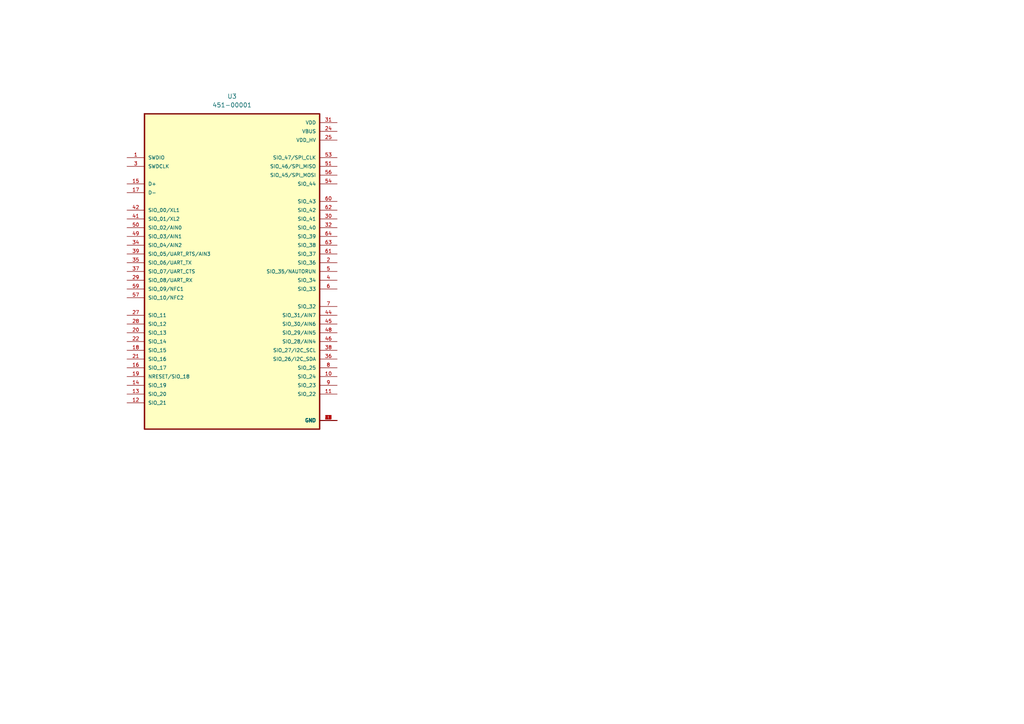
<source format=kicad_sch>
(kicad_sch (version 20231120) (generator "eeschema") (generator_version "8.0")
  (paper "A4")
  (lib_symbols
    (symbol "ezurio:451-00001" (pin_names (offset 1.016))
      (property "Reference" "U" (at -25.4413 45.7943 0))
      (property "Value" "451-00001" (at -25.4173 -48.2928 0))
      (symbol "451-00001_0_0"
        (rectangle (start -25.4 45.72) (end 25.4 -45.72) (stroke (width 0.4064)) (fill (type background)))
        (pin power_in line (at 30.48 -43.18 180) (length 5.08) (name "GND") (number "0"))
        (pin input line (at -30.48 33.02 0) (length 5.08) (name "SWDIO") (number "1"))
        (pin bidirectional line (at 30.48 -30.48 180) (length 5.08) (name "SIO_24") (number "10"))
        (pin bidirectional line (at 30.48 -35.56 180) (length 5.08) (name "SIO_22") (number "11"))
        (pin bidirectional line (at -30.48 -38.1 0) (length 5.08) (name "SIO_21") (number "12"))
        (pin bidirectional line (at -30.48 -35.56 0) (length 5.08) (name "SIO_20") (number "13"))
        (pin bidirectional line (at -30.48 -33.02 0) (length 5.08) (name "SIO_19") (number "14"))
        (pin bidirectional line (at -30.48 25.4 0) (length 5.08) (name "D+") (number "15"))
        (pin bidirectional line (at -30.48 -27.94 0) (length 5.08) (name "SIO_17") (number "16"))
        (pin bidirectional line (at -30.48 22.86 0) (length 5.08) (name "D-") (number "17"))
        (pin bidirectional line (at -30.48 -22.86 0) (length 5.08) (name "SIO_15") (number "18"))
        (pin bidirectional line (at -30.48 -30.48 0) (length 5.08) (name "NRESET/SIO_18") (number "19"))
        (pin bidirectional line (at 30.48 2.54 180) (length 5.08) (name "SIO_36") (number "2"))
        (pin bidirectional line (at -30.48 -17.78 0) (length 5.08) (name "SIO_13") (number "20"))
        (pin bidirectional line (at -30.48 -25.4 0) (length 5.08) (name "SIO_16") (number "21"))
        (pin bidirectional line (at -30.48 -20.32 0) (length 5.08) (name "SIO_14") (number "22"))
        (pin power_in line (at 30.48 -43.18 180) (length 5.08) (name "GND") (number "23"))
        (pin power_in line (at 30.48 40.64 180) (length 5.08) (name "VBUS") (number "24"))
        (pin power_in line (at 30.48 38.1 180) (length 5.08) (name "VDD_HV") (number "25"))
        (pin power_in line (at 30.48 -43.18 180) (length 5.08) (name "GND") (number "26"))
        (pin bidirectional line (at -30.48 -12.7 0) (length 5.08) (name "SIO_11") (number "27"))
        (pin bidirectional line (at -30.48 -15.24 0) (length 5.08) (name "SIO_12") (number "28"))
        (pin bidirectional line (at -30.48 -2.54 0) (length 5.08) (name "SIO_08/UART_RX") (number "29"))
        (pin bidirectional line (at -30.48 30.48 0) (length 5.08) (name "SWDCLK") (number "3"))
        (pin bidirectional line (at 30.48 15.24 180) (length 5.08) (name "SIO_41") (number "30"))
        (pin power_in line (at 30.48 43.18 180) (length 5.08) (name "VDD") (number "31"))
        (pin bidirectional line (at 30.48 12.7 180) (length 5.08) (name "SIO_40") (number "32"))
        (pin power_in line (at 30.48 -43.18 180) (length 5.08) (name "GND") (number "33"))
        (pin bidirectional line (at -30.48 7.62 0) (length 5.08) (name "SIO_04/AIN2") (number "34"))
        (pin bidirectional line (at -30.48 2.54 0) (length 5.08) (name "SIO_06/UART_TX") (number "35"))
        (pin bidirectional line (at 30.48 -25.4 180) (length 5.08) (name "SIO_26/I2C_SDA") (number "36"))
        (pin bidirectional line (at -30.48 0 0) (length 5.08) (name "SIO_07/UART_CTS") (number "37"))
        (pin bidirectional line (at 30.48 -22.86 180) (length 5.08) (name "SIO_27/I2C_SCL") (number "38"))
        (pin bidirectional line (at -30.48 5.08 0) (length 5.08) (name "SIO_05/UART_RTS/AIN3") (number "39"))
        (pin bidirectional line (at 30.48 -2.54 180) (length 5.08) (name "SIO_34") (number "4"))
        (pin power_in line (at 30.48 -43.18 180) (length 5.08) (name "GND") (number "40"))
        (pin bidirectional line (at -30.48 15.24 0) (length 5.08) (name "SIO_01/XL2") (number "41"))
        (pin bidirectional line (at -30.48 17.78 0) (length 5.08) (name "SIO_00/XL1") (number "42"))
        (pin power_in line (at 30.48 -43.18 180) (length 5.08) (name "GND") (number "43"))
        (pin bidirectional line (at 30.48 -12.7 180) (length 5.08) (name "SIO_31/AIN7") (number "44"))
        (pin bidirectional line (at 30.48 -15.24 180) (length 5.08) (name "SIO_30/AIN6") (number "45"))
        (pin bidirectional line (at 30.48 -20.32 180) (length 5.08) (name "SIO_28/AIN4") (number "46"))
        (pin power_in line (at 30.48 -43.18 180) (length 5.08) (name "GND") (number "47"))
        (pin bidirectional line (at 30.48 -17.78 180) (length 5.08) (name "SIO_29/AIN5") (number "48"))
        (pin bidirectional line (at -30.48 10.16 0) (length 5.08) (name "SIO_03/AIN1") (number "49"))
        (pin bidirectional line (at 30.48 0 180) (length 5.08) (name "SIO_35/NAUTORUN") (number "5"))
        (pin bidirectional line (at -30.48 12.7 0) (length 5.08) (name "SIO_02/AIN0") (number "50"))
        (pin bidirectional line (at 30.48 30.48 180) (length 5.08) (name "SIO_46/SPI_MISO") (number "51"))
        (pin power_in line (at 30.48 -43.18 180) (length 5.08) (name "GND") (number "52"))
        (pin bidirectional line (at 30.48 33.02 180) (length 5.08) (name "SIO_47/SPI_CLK") (number "53"))
        (pin bidirectional line (at 30.48 25.4 180) (length 5.08) (name "SIO_44") (number "54"))
        (pin power_in line (at 30.48 -43.18 180) (length 5.08) (name "GND") (number "55"))
        (pin bidirectional line (at 30.48 27.94 180) (length 5.08) (name "SIO_45/SPI_MOSI") (number "56"))
        (pin bidirectional line (at -30.48 -7.62 0) (length 5.08) (name "SIO_10/NFC2") (number "57"))
        (pin power_in line (at 30.48 -43.18 180) (length 5.08) (name "GND") (number "58"))
        (pin bidirectional line (at -30.48 -5.08 0) (length 5.08) (name "SIO_09/NFC1") (number "59"))
        (pin bidirectional line (at 30.48 -5.08 180) (length 5.08) (name "SIO_33") (number "6"))
        (pin bidirectional line (at 30.48 20.32 180) (length 5.08) (name "SIO_43") (number "60"))
        (pin bidirectional line (at 30.48 5.08 180) (length 5.08) (name "SIO_37") (number "61"))
        (pin bidirectional line (at 30.48 17.78 180) (length 5.08) (name "SIO_42") (number "62"))
        (pin bidirectional line (at 30.48 7.62 180) (length 5.08) (name "SIO_38") (number "63"))
        (pin bidirectional line (at 30.48 10.16 180) (length 5.08) (name "SIO_39") (number "64"))
        (pin power_in line (at 30.48 -43.18 180) (length 5.08) (name "GND") (number "65"))
        (pin power_in line (at 30.48 -43.18 180) (length 5.08) (name "GND") (number "66"))
        (pin power_in line (at 30.48 -43.18 180) (length 5.08) (name "GND") (number "67"))
        (pin power_in line (at 30.48 -43.18 180) (length 5.08) (name "GND") (number "68"))
        (pin power_in line (at 30.48 -43.18 180) (length 5.08) (name "GND") (number "69"))
        (pin bidirectional line (at 30.48 -10.16 180) (length 5.08) (name "SIO_32") (number "7"))
        (pin power_in line (at 30.48 -43.18 180) (length 5.08) (name "GND") (number "70"))
        (pin power_in line (at 30.48 -43.18 180) (length 5.08) (name "GND") (number "71"))
        (pin bidirectional line (at 30.48 -27.94 180) (length 5.08) (name "SIO_25") (number "8"))
        (pin bidirectional line (at 30.48 -33.02 180) (length 5.08) (name "SIO_23") (number "9"))
      )
    )
  )
  (symbol (lib_id "ezurio:451-00001") (at 67.31 78.74 0) (unit 1)
    (property "Reference" "U3" (at 67.31 27.94 0))
    (property "Value" "451-00001" (at 67.31 30.48 0))
    (property "Footprint" "ezurio:XCVR_451-00001" (effects (hide yes)))
    (property "SnapEDA_Link" "https://www.snapeda.com/parts/451-00001/Laird/view-part/?ref=snap" (effects (hide yes)))
    (property "Description_1" "\n                        \n                            802.15.4, Bluetooth Bluetooth v5.0, Thread Transceiver Module 2.4GHz Integrated, Trace Surface Mount\n                        \n" (effects (hide yes)))
    (property "Package" "Module Laird -" (effects (hide yes)))
    (property "STANDARD" "Manufacturer Recommendations" (effects (hide yes)))
    (property "MF" "Laird -" (effects (hide yes)))
    (property "MP" "451-00001" (effects (hide yes)))
    (property "MANUFACTURER" "Laird Technology" (effects (hide yes)))
  )
)
</source>
